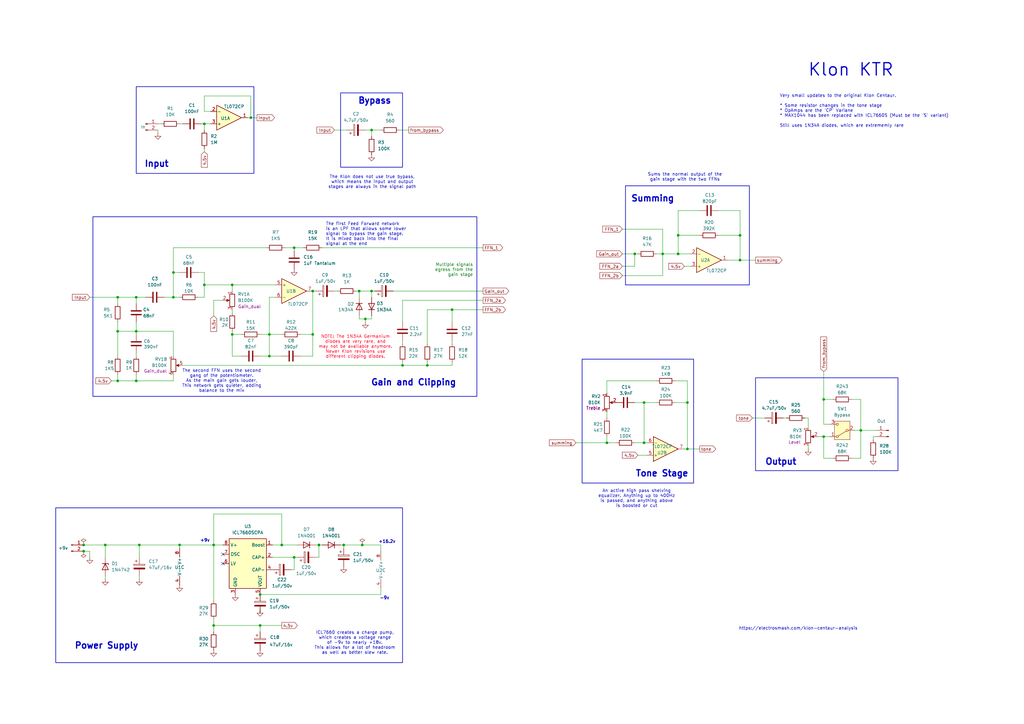
<source format=kicad_sch>
(kicad_sch (version 20231120) (generator "eeschema") (generator_version "8.0")
  (paper "A3")
  (lib_symbols
    (symbol "Amplifier_Operational:TL072" (pin_names (offset 0.127))
      (property "Reference" "U" (at 0 5.08 0))
      (property "Value" "TL072" (at 0 -5.08 0))
      (symbol "TL072_1_1"
        (pin output line (at 7.62 0 180) (length 2.54) (name "~") (number "1"))
        (pin input line (at -7.62 -2.54 0) (length 2.54) (name "-") (number "2"))
        (pin input line (at -7.62 2.54 0) (length 2.54) (name "+") (number "3"))
      )
      (symbol "TL072_2_1"
        (pin input line (at -7.62 2.54 0) (length 2.54) (name "+") (number "5"))
        (pin input line (at -7.62 -2.54 0) (length 2.54) (name "-") (number "6"))
        (pin output line (at 7.62 0 180) (length 2.54) (name "~") (number "7"))
      )
      (symbol "TL072_3_1"
        (pin power_in line (at -2.54 -7.62 90) (length 3.81) (name "V-") (number "4"))
        (pin power_in line (at -2.54 7.62 270) (length 3.81) (name "V+") (number "8"))
      )
    )
    (symbol "Connector:Conn_01x02_Pin" (pin_names (offset 1.016) hide)
      (property "Reference" "J" (at 0 2.54 0))
      (property "Value" "Conn_01x02_Pin" (at 0 -5.08 0))
      (symbol "Conn_01x02_Pin_1_1"
        (pin passive line (at 5.08 0 180) (length 3.81) (name "Pin_1") (number "1"))
        (pin passive line (at 5.08 -2.54 180) (length 3.81) (name "Pin_2") (number "2"))
      )
    )
    (symbol "Device:C" (pin_numbers hide) (pin_names (offset 0.254))
      (property "Reference" "C" (at 0.635 2.54 0))
      (property "Value" "C" (at 0.635 -2.54 0))
      (symbol "C_1_1"
        (pin passive line (at 0 3.81 270) (length 2.794) (name "~") (number "1"))
        (pin passive line (at 0 -3.81 90) (length 2.794) (name "~") (number "2"))
      )
    )
    (symbol "Device:C_Polarized" (pin_numbers hide) (pin_names (offset 0.254))
      (property "Reference" "C" (at 0.635 2.54 0))
      (property "Value" "C_Polarized" (at 0.635 -2.54 0))
      (symbol "C_Polarized_1_1"
        (pin passive line (at 0 3.81 270) (length 2.794) (name "~") (number "1"))
        (pin passive line (at 0 -3.81 90) (length 2.794) (name "~") (number "2"))
      )
    )
    (symbol "Device:D" (pin_numbers hide) (pin_names (offset 1.016) hide)
      (property "Reference" "D" (at 0 2.54 0))
      (property "Value" "D" (at 0 -2.54 0))
      (symbol "D_1_1"
        (pin passive line (at -3.81 0 0) (length 2.54) (name "K") (number "1"))
        (pin passive line (at 3.81 0 180) (length 2.54) (name "A") (number "2"))
      )
    )
    (symbol "Device:R" (pin_numbers hide) (pin_names (offset 0))
      (property "Reference" "R" (at 2.032 0 90))
      (property "Value" "R" (at 0 0 90))
      (symbol "R_1_1"
        (pin passive line (at 0 3.81 270) (length 1.27) (name "~") (number "1"))
        (pin passive line (at 0 -3.81 90) (length 1.27) (name "~") (number "2"))
      )
    )
    (symbol "Device:R_Potentiometer" (pin_names (offset 1.016) hide)
      (property "Reference" "RV" (at -4.445 0 90))
      (property "Value" "R_Potentiometer" (at -2.54 0 90))
      (symbol "R_Potentiometer_1_1"
        (pin passive line (at 0 3.81 270) (length 1.27) (name "1") (number "1"))
        (pin passive line (at 3.81 0 180) (length 1.27) (name "2") (number "2"))
        (pin passive line (at 0 -3.81 90) (length 1.27) (name "3") (number "3"))
      )
    )
    (symbol "Device:R_Potentiometer_Dual_Separate" (pin_names (offset 1.016) hide)
      (property "Reference" "RV" (at -4.445 0 90))
      (property "Value" "R_Potentiometer_Dual_Separate" (at -2.54 0 90))
      (symbol "R_Potentiometer_Dual_Separate_1_1"
        (pin passive line (at 0 3.81 270) (length 1.27) (name "1") (number "1"))
        (pin passive line (at 3.81 0 180) (length 1.27) (name "2") (number "2"))
        (pin passive line (at 0 -3.81 90) (length 1.27) (name "3") (number "3"))
      )
      (symbol "R_Potentiometer_Dual_Separate_2_1"
        (pin passive line (at 0 3.81 270) (length 1.27) (name "4") (number "4"))
        (pin passive line (at 3.81 0 180) (length 1.27) (name "5") (number "5"))
        (pin passive line (at 0 -3.81 90) (length 1.27) (name "6") (number "6"))
      )
    )
    (symbol "Diode:1N4001" (pin_numbers hide) (pin_names hide)
      (property "Reference" "D" (at 0 2.54 0))
      (property "Value" "1N4001" (at 0 -2.54 0))
      (symbol "1N4001_1_1"
        (pin passive line (at -3.81 0 0) (length 2.54) (name "K") (number "1"))
        (pin passive line (at 3.81 0 180) (length 2.54) (name "A") (number "2"))
      )
    )
    (symbol "Diode:1N47xxA" (pin_numbers hide) (pin_names hide)
      (property "Reference" "D" (at 0 2.54 0))
      (property "Value" "1N47xxA" (at 0 -2.54 0))
      (symbol "1N47xxA_1_1"
        (pin passive line (at -3.81 0 0) (length 2.54) (name "K") (number "1"))
        (pin passive line (at 3.81 0 180) (length 2.54) (name "A") (number "2"))
      )
    )
    (symbol "Regulator_SwitchedCapacitor:MAX1044"
      (property "Reference" "U2" (at 0 15.24 0))
      (property "Value" "MAX1044" (at 0 12.7 0))
      (symbol "MAX1044_1_1"
        (pin input line (at 10.16 7.62 180) (length 2.54) (name "Boost") (number "1"))
        (pin input line (at 10.16 2.54 180) (length 2.54) (name "CAP+") (number "2"))
        (pin power_in line (at -5.08 -12.7 90) (length 2.54) (name "GND") (number "3"))
        (pin input line (at 10.16 -2.54 180) (length 2.54) (name "CAP-") (number "4"))
        (pin power_out line (at 5.08 -12.7 90) (length 2.54) (name "VOUT") (number "5"))
        (pin input line (at -10.16 0 0) (length 2.54) (name "LV") (number "6"))
        (pin input line (at -10.16 3.81 0) (length 2.54) (name "OSC") (number "7"))
        (pin power_in line (at -10.16 7.62 0) (length 2.54) (name "V+") (number "8"))
      )
    )
    (symbol "Switch:SW_SPDT" (pin_names (offset 0) hide)
      (property "Reference" "SW" (at 0 5.08 0))
      (property "Value" "SW_SPDT" (at 0 -5.08 0))
      (symbol "SW_SPDT_1_1"
        (pin passive line (at 5.08 2.54 180) (length 2.54) (name "A") (number "1"))
        (pin passive line (at -5.08 0 0) (length 2.54) (name "B") (number "2"))
        (pin passive line (at 5.08 -2.54 180) (length 2.54) (name "C") (number "3"))
      )
    )
    (symbol "power:GND" (power) (pin_numbers hide) (pin_names (offset 0) hide)
      (property "Value" "GND" (at 0 -3.81 0))
      (symbol "GND_1_1"
        (pin power_in line (at 0 0 270) (length 0) (name "~") (number "1"))
      )
    )
    (symbol "power:PWR_FLAG" (power) (pin_numbers hide) (pin_names (offset 0) hide)
      (property "Value" "PWR_FLAG" (at 0 3.81 0))
      (symbol "PWR_FLAG_0_0"
        (pin power_out line (at 0 0 90) (length 0) (name "~") (number "1"))
      )
    )
  )
  (junction (at 48.26 121.92))
  (junction (at 83.82 116.84))
  (junction (at 48.26 135.89))
  (junction (at 115.57 223.52))
  (junction (at 71.12 111.76))
  (junction (at 128.27 137.16))
  (junction (at 264.16 181.61))
  (junction (at 55.88 135.89))
  (junction (at 264.16 165.1))
  (junction (at 55.88 121.92))
  (junction (at 337.82 179.07))
  (junction (at 110.49 137.16))
  (junction (at 260.35 104.14))
  (junction (at 48.26 156.21))
  (junction (at 106.68 256.54))
  (junction (at 55.88 156.21))
  (junction (at 337.82 163.83))
  (junction (at 278.13 96.52))
  (junction (at 185.42 127))
  (junction (at 281.94 165.1))
  (junction (at 278.13 104.14))
  (junction (at 120.65 101.6))
  (junction (at 83.82 50.8))
  (junction (at 130.81 223.52))
  (junction (at 34.29 226.06))
  (junction (at 106.68 243.84))
  (junction (at 152.4 119.38))
  (junction (at 128.27 119.38))
  (junction (at 303.53 106.68))
  (junction (at 271.78 104.14))
  (junction (at 281.94 184.15))
  (junction (at 102.87 48.26))
  (junction (at 95.25 137.16))
  (junction (at 71.12 121.92))
  (junction (at 303.53 96.52))
  (junction (at 165.1 149.86))
  (junction (at 120.65 228.6))
  (junction (at 140.97 223.52))
  (junction (at 147.32 119.38))
  (junction (at 175.26 149.86))
  (junction (at 110.49 146.05))
  (junction (at 73.66 223.52))
  (junction (at 57.15 223.52))
  (junction (at 152.4 53.34))
  (junction (at 87.63 256.54))
  (junction (at 248.92 181.61))
  (junction (at 95.25 116.84))
  (junction (at 43.18 223.52))
  (junction (at 353.06 176.53))
  (junction (at 149.86 130.81))
  (junction (at 34.29 223.52))
  (junction (at 87.63 223.52))
  (junction (at 148.59 223.52))
  (no_connect (at 91.44 231.14))
  (no_connect (at 91.44 227.33))
  (wire (pts (xy 132.08 101.6) (xy 198.12 101.6)))
  (wire (pts (xy 260.35 181.61) (xy 264.16 181.61)))
  (wire (pts (xy 185.42 139.7) (xy 185.42 140.97)))
  (wire (pts (xy 255.27 93.98) (xy 271.78 93.98)))
  (wire (pts (xy 281.94 165.1) (xy 281.94 184.15)))
  (wire (pts (xy 287.02 184.15) (xy 281.94 184.15)))
  (wire (pts (xy 95.25 146.05) (xy 99.06 146.05)))
  (wire (pts (xy 255.27 113.03) (xy 271.78 113.03)))
  (wire (pts (xy 43.18 236.22) (xy 43.18 237.49)))
  (wire (pts (xy 55.88 153.67) (xy 55.88 156.21)))
  (wire (pts (xy 116.84 101.6) (xy 120.65 101.6)))
  (wire (pts (xy 55.88 144.78) (xy 55.88 146.05)))
  (wire (pts (xy 147.32 129.54) (xy 147.32 130.81)))
  (wire (pts (xy 83.82 111.76) (xy 81.28 111.76)))
  (wire (pts (xy 353.06 176.53) (xy 350.52 176.53)))
  (wire (pts (xy 303.53 96.52) (xy 294.64 96.52)))
  (wire (pts (xy 64.77 54.61) (xy 64.77 53.34)))
  (wire (pts (xy 353.06 176.53) (xy 359.41 176.53)))
  (wire (pts (xy 64.77 50.8) (xy 66.04 50.8)))
  (wire (pts (xy 353.06 187.96) (xy 353.06 176.53)))
  (wire (pts (xy 110.49 121.92) (xy 110.49 137.16)))
  (wire (pts (xy 73.66 223.52) (xy 87.63 223.52)))
  (wire (pts (xy 73.66 50.8) (xy 74.93 50.8)))
  (wire (pts (xy 337.82 163.83) (xy 341.63 163.83)))
  (wire (pts (xy 43.18 228.6) (xy 43.18 223.52)))
  (wire (pts (xy 185.42 127) (xy 198.12 127)))
  (wire (pts (xy 276.86 156.21) (xy 281.94 156.21)))
  (wire (pts (xy 83.82 121.92) (xy 83.82 116.84)))
  (wire (pts (xy 175.26 127) (xy 175.26 140.97)))
  (wire (pts (xy 87.63 123.19) (xy 87.63 129.54)))
  (wire (pts (xy 57.15 223.52) (xy 73.66 223.52)))
  (wire (pts (xy 55.88 124.46) (xy 55.88 121.92)))
  (wire (pts (xy 337.82 179.07) (xy 340.36 179.07)))
  (wire (pts (xy 147.32 119.38) (xy 147.32 121.92)))
  (wire (pts (xy 269.24 156.21) (xy 248.92 156.21)))
  (wire (pts (xy 74.93 149.86) (xy 165.1 149.86)))
  (wire (pts (xy 161.29 119.38) (xy 198.12 119.38)))
  (wire (pts (xy 48.26 135.89) (xy 55.88 135.89)))
  (wire (pts (xy 147.32 119.38) (xy 152.4 119.38)))
  (wire (pts (xy 95.25 135.89) (xy 95.25 137.16)))
  (wire (pts (xy 55.88 137.16) (xy 55.88 135.89)))
  (wire (pts (xy 349.25 187.96) (xy 353.06 187.96)))
  (wire (pts (xy 303.53 86.36) (xy 303.53 96.52)))
  (wire (pts (xy 48.26 153.67) (xy 48.26 156.21)))
  (wire (pts (xy 83.82 45.72) (xy 86.36 45.72)))
  (wire (pts (xy 152.4 53.34) (xy 152.4 55.88)))
  (wire (pts (xy 271.78 93.98) (xy 271.78 104.14)))
  (wire (pts (xy 119.38 233.68) (xy 120.65 233.68)))
  (wire (pts (xy 149.86 53.34) (xy 152.4 53.34)))
  (wire (pts (xy 140.97 223.52) (xy 148.59 223.52)))
  (wire (pts (xy 48.26 135.89) (xy 48.26 132.08)))
  (wire (pts (xy 48.26 135.89) (xy 48.26 146.05)))
  (wire (pts (xy 337.82 173.99) (xy 337.82 163.83)))
  (wire (pts (xy 358.14 179.07) (xy 358.14 180.34)))
  (wire (pts (xy 236.22 181.61) (xy 248.92 181.61)))
  (wire (pts (xy 110.49 137.16) (xy 115.57 137.16)))
  (wire (pts (xy 175.26 149.86) (xy 185.42 149.86)))
  (wire (pts (xy 129.54 223.52) (xy 130.81 223.52)))
  (wire (pts (xy 264.16 165.1) (xy 264.16 181.61)))
  (wire (pts (xy 303.53 106.68) (xy 309.88 106.68)))
  (wire (pts (xy 129.54 228.6) (xy 130.81 228.6)))
  (wire (pts (xy 165.1 149.86) (xy 175.26 149.86)))
  (wire (pts (xy 110.49 146.05) (xy 115.57 146.05)))
  (wire (pts (xy 341.63 187.96) (xy 337.82 187.96)))
  (wire (pts (xy 83.82 111.76) (xy 83.82 116.84)))
  (wire (pts (xy 321.31 171.45) (xy 322.58 171.45)))
  (wire (pts (xy 115.57 210.82) (xy 115.57 223.52)))
  (wire (pts (xy 83.82 116.84) (xy 95.25 116.84)))
  (wire (pts (xy 87.63 223.52) (xy 87.63 246.38)))
  (wire (pts (xy 128.27 137.16) (xy 128.27 146.05)))
  (wire (pts (xy 106.68 250.19) (xy 106.68 251.46)))
  (wire (pts (xy 95.25 116.84) (xy 113.03 116.84)))
  (wire (pts (xy 43.18 223.52) (xy 34.29 223.52)))
  (wire (pts (xy 128.27 119.38) (xy 129.54 119.38)))
  (wire (pts (xy 271.78 113.03) (xy 271.78 104.14)))
  (wire (pts (xy 87.63 256.54) (xy 106.68 256.54)))
  (wire (pts (xy 120.65 228.6) (xy 111.76 228.6)))
  (wire (pts (xy 81.28 121.92) (xy 83.82 121.92)))
  (wire (pts (xy 36.83 226.06) (xy 34.29 226.06)))
  (wire (pts (xy 337.82 152.4) (xy 337.82 163.83)))
  (wire (pts (xy 128.27 137.16) (xy 123.19 137.16)))
  (wire (pts (xy 115.57 223.52) (xy 121.92 223.52)))
  (wire (pts (xy 120.65 228.6) (xy 121.92 228.6)))
  (wire (pts (xy 294.64 86.36) (xy 303.53 86.36)))
  (wire (pts (xy 102.87 48.26) (xy 105.41 48.26)))
  (wire (pts (xy 106.68 256.54) (xy 115.57 256.54)))
  (wire (pts (xy 303.53 106.68) (xy 303.53 96.52)))
  (wire (pts (xy 165.1 148.59) (xy 165.1 149.86)))
  (wire (pts (xy 87.63 256.54) (xy 87.63 259.08)))
  (wire (pts (xy 71.12 111.76) (xy 73.66 111.76)))
  (wire (pts (xy 156.21 241.3) (xy 156.21 243.84)))
  (wire (pts (xy 109.22 101.6) (xy 71.12 101.6)))
  (wire (pts (xy 130.81 223.52) (xy 130.81 228.6)))
  (wire (pts (xy 120.65 233.68) (xy 120.65 228.6)))
  (wire (pts (xy 260.35 104.14) (xy 261.62 104.14)))
  (wire (pts (xy 48.26 121.92) (xy 55.88 121.92)))
  (wire (pts (xy 269.24 104.14) (xy 271.78 104.14)))
  (wire (pts (xy 331.47 175.26) (xy 331.47 171.45)))
  (wire (pts (xy 163.83 53.34) (xy 167.64 53.34)))
  (wire (pts (xy 149.86 130.81) (xy 152.4 130.81)))
  (wire (pts (xy 71.12 101.6) (xy 71.12 111.76)))
  (wire (pts (xy 359.41 179.07) (xy 358.14 179.07)))
  (wire (pts (xy 280.67 184.15) (xy 281.94 184.15)))
  (wire (pts (xy 185.42 127) (xy 185.42 132.08)))
  (wire (pts (xy 55.88 132.08) (xy 55.88 135.89)))
  (wire (pts (xy 175.26 127) (xy 185.42 127)))
  (wire (pts (xy 152.4 53.34) (xy 156.21 53.34)))
  (wire (pts (xy 331.47 171.45) (xy 330.2 171.45)))
  (wire (pts (xy 120.65 102.87) (xy 120.65 101.6)))
  (wire (pts (xy 106.68 146.05) (xy 110.49 146.05)))
  (wire (pts (xy 137.16 119.38) (xy 138.43 119.38)))
  (wire (pts (xy 48.26 121.92) (xy 48.26 124.46)))
  (wire (pts (xy 337.82 187.96) (xy 337.82 179.07)))
  (wire (pts (xy 271.78 104.14) (xy 278.13 104.14)))
  (wire (pts (xy 55.88 156.21) (xy 71.12 156.21)))
  (wire (pts (xy 36.83 121.92) (xy 48.26 121.92)))
  (wire (pts (xy 248.92 168.91) (xy 248.92 171.45)))
  (wire (pts (xy 248.92 181.61) (xy 252.73 181.61)))
  (wire (pts (xy 265.43 186.69) (xy 261.62 186.69)))
  (wire (pts (xy 148.59 223.52) (xy 156.21 223.52)))
  (wire (pts (xy 67.31 121.92) (xy 71.12 121.92)))
  (wire (pts (xy 278.13 96.52) (xy 278.13 104.14)))
  (wire (pts (xy 340.36 173.99) (xy 337.82 173.99)))
  (wire (pts (xy 149.86 130.81) (xy 149.86 132.08)))
  (wire (pts (xy 248.92 156.21) (xy 248.92 161.29)))
  (wire (pts (xy 331.47 182.88) (xy 331.47 184.15)))
  (wire (pts (xy 55.88 121.92) (xy 59.69 121.92)))
  (wire (pts (xy 132.08 223.52) (xy 130.81 223.52)))
  (wire (pts (xy 48.26 156.21) (xy 55.88 156.21)))
  (wire (pts (xy 255.27 104.14) (xy 260.35 104.14)))
  (wire (pts (xy 260.35 165.1) (xy 264.16 165.1)))
  (wire (pts (xy 73.66 223.52) (xy 73.66 224.79)))
  (wire (pts (xy 175.26 148.59) (xy 175.26 149.86)))
  (wire (pts (xy 95.25 137.16) (xy 99.06 137.16)))
  (wire (pts (xy 165.1 123.19) (xy 198.12 123.19)))
  (wire (pts (xy 87.63 223.52) (xy 91.44 223.52)))
  (wire (pts (xy 123.19 146.05) (xy 128.27 146.05)))
  (wire (pts (xy 120.65 101.6) (xy 124.46 101.6)))
  (wire (pts (xy 95.25 119.38) (xy 95.25 116.84)))
  (wire (pts (xy 185.42 149.86) (xy 185.42 148.59)))
  (wire (pts (xy 71.12 146.05) (xy 71.12 135.89)))
  (wire (pts (xy 255.27 109.22) (xy 260.35 109.22)))
  (wire (pts (xy 113.03 121.92) (xy 110.49 121.92)))
  (wire (pts (xy 57.15 223.52) (xy 43.18 223.52)))
  (wire (pts (xy 45.72 156.21) (xy 48.26 156.21)))
  (wire (pts (xy 281.94 156.21) (xy 281.94 165.1)))
  (wire (pts (xy 71.12 156.21) (xy 71.12 153.67)))
  (wire (pts (xy 278.13 86.36) (xy 278.13 96.52)))
  (wire (pts (xy 111.76 223.52) (xy 115.57 223.52)))
  (wire (pts (xy 102.87 39.37) (xy 83.82 39.37)))
  (wire (pts (xy 128.27 119.38) (xy 128.27 137.16)))
  (wire (pts (xy 152.4 119.38) (xy 153.67 119.38)))
  (wire (pts (xy 102.87 48.26) (xy 102.87 39.37)))
  (wire (pts (xy 156.21 223.52) (xy 156.21 226.06)))
  (wire (pts (xy 298.45 106.68) (xy 303.53 106.68)))
  (wire (pts (xy 335.28 179.07) (xy 337.82 179.07)))
  (wire (pts (xy 308.61 171.45) (xy 313.69 171.45)))
  (wire (pts (xy 83.82 50.8) (xy 86.36 50.8)))
  (wire (pts (xy 87.63 210.82) (xy 87.63 223.52)))
  (wire (pts (xy 101.6 48.26) (xy 102.87 48.26)))
  (wire (pts (xy 287.02 96.52) (xy 278.13 96.52)))
  (wire (pts (xy 264.16 181.61) (xy 265.43 181.61)))
  (wire (pts (xy 71.12 121.92) (xy 73.66 121.92)))
  (wire (pts (xy 283.21 109.22) (xy 280.67 109.22)))
  (wire (pts (xy 87.63 123.19) (xy 91.44 123.19)))
  (wire (pts (xy 83.82 39.37) (xy 83.82 45.72)))
  (wire (pts (xy 110.49 137.16) (xy 110.49 146.05)))
  (wire (pts (xy 349.25 163.83) (xy 353.06 163.83)))
  (wire (pts (xy 152.4 121.92) (xy 152.4 119.38)))
  (wire (pts (xy 152.4 130.81) (xy 152.4 129.54)))
  (wire (pts (xy 115.57 210.82) (xy 87.63 210.82)))
  (wire (pts (xy 83.82 50.8) (xy 83.82 53.34)))
  (wire (pts (xy 287.02 86.36) (xy 278.13 86.36)))
  (wire (pts (xy 106.68 137.16) (xy 110.49 137.16)))
  (wire (pts (xy 95.25 137.16) (xy 95.25 146.05)))
  (wire (pts (xy 278.13 104.14) (xy 283.21 104.14)))
  (wire (pts (xy 57.15 237.49) (xy 57.15 236.22)))
  (wire (pts (xy 106.68 256.54) (xy 106.68 259.08)))
  (wire (pts (xy 140.97 224.79) (xy 140.97 223.52)))
  (wire (pts (xy 82.55 50.8) (xy 83.82 50.8)))
  (wire (pts (xy 139.7 223.52) (xy 140.97 223.52)))
  (wire (pts (xy 165.1 139.7) (xy 165.1 140.97)))
  (wire (pts (xy 264.16 165.1) (xy 269.24 165.1)))
  (wire (pts (xy 165.1 123.19) (xy 165.1 132.08)))
  (wire (pts (xy 95.25 127) (xy 95.25 128.27)))
  (wire (pts (xy 71.12 111.76) (xy 71.12 121.92)))
  (wire (pts (xy 87.63 254) (xy 87.63 256.54)))
  (wire (pts (xy 281.94 165.1) (xy 276.86 165.1)))
  (wire (pts (xy 248.92 179.07) (xy 248.92 181.61)))
  (wire (pts (xy 147.32 130.81) (xy 149.86 130.81)))
  (wire (pts (xy 106.68 243.84) (xy 156.21 243.84)))
  (wire (pts (xy 36.83 228.6) (xy 36.83 226.06)))
  (wire (pts (xy 71.12 135.89) (xy 55.88 135.89)))
  (wire (pts (xy 57.15 228.6) (xy 57.15 223.52)))
  (wire (pts (xy 146.05 119.38) (xy 147.32 119.38)))
  (wire (pts (xy 83.82 62.23) (xy 83.82 60.96)))
  (wire (pts (xy 142.24 53.34) (xy 137.16 53.34)))
  (wire (pts (xy 353.06 163.83) (xy 353.06 176.53)))
  (wire (pts (xy 260.35 109.22) (xy 260.35 104.14)))
  (rectangle (start 256.54 76.2) (end 307.34 116.84) (stroke (width 0.254)))
  (rectangle (start 55.88 35.56) (end 104.14 71.12) (stroke (width 0.254)))
  (rectangle (start 309.88 154.94) (end 368.3 193.04) (stroke (width 0.254)))
  (rectangle (start 238.76 147.32) (end 284.48 198.12) (stroke (width 0.254)))
  (rectangle (start 139.7 38.1) (end 165.1 68.58) (stroke (width 0.254)))
  (rectangle (start 38.1 88.9) (end 195.58 162.56) (stroke (width 0.254)))
  (rectangle (start 22.86 208.28) (end 165.1 271.78) (stroke (width 0.254)))
  (text "The first Feed Forward network\nis an LPF that allows some lower\nsignal to bypass the gain stage.\nIt is mixed back into the final\nsignal at the end" (at 133.604 96.012 0) (effects (font (size 1.27 1.27)) (justify left)))
  (text "Summing" (at 267.716 81.534 0) (effects (font (size 2.54 2.54) (thickness 0.508) (bold yes))))
  (text "Bypass" (at 153.67 41.402 0) (effects (font (size 2.54 2.54) (thickness 0.508) (bold yes))))
  (text "Very small updates to the original Klon Centaur.\n\n* Some resistor changes in the tone stage\n* OpAmps are the 'CP' Variane\n* MAX1044 has been replaced with ICL7660S (Must be the 'S' variant)\n\nStill uses 1N34A diodes, which are extrememly rare" (at 319.786 45.466 0) (effects (font (size 1.27 1.27)) (justify left)))
  (text "Multiple signals\negress from the\ngain stage" (at 194.056 110.744 0) (effects (font (size 1.27 1.27)) (justify right)))
  (text "ICL7660 creates a charge pump,\nwhich creates a voltage range\nof -9v to nearly +18v.\nThis allows for a lot of headroom\nas well as better slew rate." (at 145.542 263.652 0) (effects (font (size 1.27 1.27))))
  (text "Gain and Clipping" (at 169.672 156.972 0) (effects (font (size 2.54 2.54) (thickness 0.508) (bold yes))))
  (text "https://electrosmash.com/klon-centaur-analysis" (at 327.406 257.81 0) (effects (font (size 1.27 1.27))))
  (text "NOTE: The 1N34A Germanium\ndiodes are very rare, and\nmay not be available anymore.\nNewer Klon revisions use\ndifferent clipping diodes." (at 145.796 142.24 0) (effects (font (size 1.27 1.27))))
  (text "Klon KTR" (at 348.996 28.702 0) (effects (font (size 5.08 5.08) (thickness 0.508) (bold yes))))
  (text "-9v" (at 157.734 245.364 0) (effects (font (size 1.27 1.27) (thickness 0.254) (bold yes))))
  (text "Tone Stage" (at 271.526 194.31 0) (effects (font (size 2.54 2.54) (thickness 0.508) (bold yes))))
  (text "The second FFN uses the second\ngang of the potentiometer.\nAs the main gain gets louder,\nThis network gets quieter, adding\nbalance to the mix" (at 90.932 156.21 0) (effects (font (size 1.27 1.27))))
  (text "The Klon does not use true bypass,\nwhich means the input and output\nstages are always in the signal path" (at 152.654 74.676 0) (effects (font (size 1.27 1.27))))
  (text "+9v" (at 84.074 221.742 0) (effects (font (size 1.27 1.27) (thickness 0.254) (bold yes))))
  (text "An active high pass shelving\nequalizer. Anything up to 400Hz\nis passed, and anything above\nis boosted or cut" (at 261.112 204.47 0) (effects (font (size 1.27 1.27))))
  (text "Sums the normal output of the\ngain stage with the two FFNs" (at 280.924 72.644 0) (effects (font (size 1.27 1.27))))
  (text "Output" (at 320.294 189.484 0) (effects (font (size 2.54 2.54) (thickness 0.508) (bold yes))))
  (text "Input" (at 64.262 67.31 0) (effects (font (size 2.54 2.54) (thickness 0.508) (bold yes))))
  (text "+16.2v" (at 158.75 222.25 0) (effects (font (size 1.27 1.27) (thickness 0.254) (bold yes))))
  (text "Power Supply" (at 43.688 264.922 0) (effects (font (size 2.54 2.54) (thickness 0.508) (bold yes))))
  (global_label "from_bypass" (shape input) (at 337.82 152.4 90) (property "Intersheetrefs" "${INTERSHEET_REFS}" (effects (hide yes))))
  (global_label "4.5v" (shape output) (at 115.57 256.54 0) (property "Intersheetrefs" "${INTERSHEET_REFS}" (effects (hide yes))))
  (global_label "4.5v" (shape input) (at 83.82 62.23 270) (property "Intersheetrefs" "${INTERSHEET_REFS}" (effects (hide yes))))
  (global_label "FFN_1" (shape output) (at 198.12 101.6 0) (property "Intersheetrefs" "${INTERSHEET_REFS}" (effects (hide yes))))
  (global_label "FFN_2a" (shape input) (at 255.27 109.22 180) (property "Intersheetrefs" "${INTERSHEET_REFS}" (effects (hide yes))))
  (global_label "4.5v" (shape input) (at 261.62 186.69 180) (property "Intersheetrefs" "${INTERSHEET_REFS}" (effects (hide yes))))
  (global_label "Gain_out" (shape input) (at 255.27 104.14 180) (property "Intersheetrefs" "${INTERSHEET_REFS}" (effects (hide yes))))
  (global_label "Input" (shape input) (at 36.83 121.92 180) (property "Intersheetrefs" "${INTERSHEET_REFS}" (effects (hide yes))))
  (global_label "from_bypass" (shape output) (at 167.64 53.34 0) (property "Intersheetrefs" "${INTERSHEET_REFS}" (effects (hide yes))))
  (global_label "4.5v" (shape input) (at 87.63 129.54 270) (property "Intersheetrefs" "${INTERSHEET_REFS}" (effects (hide yes))))
  (global_label "FFN_2b" (shape input) (at 255.27 113.03 180) (property "Intersheetrefs" "${INTERSHEET_REFS}" (effects (hide yes))))
  (global_label "FFN_1" (shape input) (at 255.27 93.98 180) (property "Intersheetrefs" "${INTERSHEET_REFS}" (effects (hide yes))))
  (global_label "tone" (shape output) (at 287.02 184.15 0) (property "Intersheetrefs" "${INTERSHEET_REFS}" (effects (hide yes))))
  (global_label "4.5v" (shape input) (at 45.72 156.21 180) (property "Intersheetrefs" "${INTERSHEET_REFS}" (effects (hide yes))))
  (global_label "Input" (shape input) (at 137.16 53.34 180) (property "Intersheetrefs" "${INTERSHEET_REFS}" (effects (hide yes))))
  (global_label "FFN_2b" (shape output) (at 198.12 127 0) (property "Intersheetrefs" "${INTERSHEET_REFS}" (effects (hide yes))))
  (global_label "Input" (shape output) (at 105.41 48.26 0) (property "Intersheetrefs" "${INTERSHEET_REFS}" (effects (hide yes))))
  (global_label "tone" (shape input) (at 308.61 171.45 180) (property "Intersheetrefs" "${INTERSHEET_REFS}" (effects (hide yes))))
  (global_label "summing" (shape input) (at 236.22 181.61 180) (property "Intersheetrefs" "${INTERSHEET_REFS}" (effects (hide yes))))
  (global_label "4.5v" (shape input) (at 280.67 109.22 180) (property "Intersheetrefs" "${INTERSHEET_REFS}" (effects (hide yes))))
  (global_label "Gain_out" (shape output) (at 198.12 119.38 0) (property "Intersheetrefs" "${INTERSHEET_REFS}" (effects (hide yes))))
  (global_label "FFN_2a" (shape output) (at 198.12 123.19 0) (property "Intersheetrefs" "${INTERSHEET_REFS}" (effects (hide yes))))
  (global_label "summing" (shape output) (at 309.88 106.68 0) (property "Intersheetrefs" "${INTERSHEET_REFS}" (effects (hide yes))))
  (symbol (lib_id "power:GND") (at 106.68 266.7 0) (unit 1)
    (property "Reference" "#PWR015" (effects (hide yes)))
    (property "Value" "GND" (effects (hide yes)))
    (property "Description" "Power symbol creates a global label with name \"GND\" , ground" (effects (hide yes)))
  )
  (symbol (lib_id "Diode:1N4001") (at 125.73 223.52 180) (unit 1)
    (property "Reference" "D7" (at 125.73 217.17 0))
    (property "Value" "1N4001" (at 125.73 219.71 0))
    (property "Footprint" "Diode_THT:D_DO-41_SOD81_P10.16mm_Horizontal" (effects (hide yes)))
    (property "Datasheet" "http://www.vishay.com/docs/88503/1n4001.pdf" (effects (hide yes)))
    (property "Description" "50V 1A General Purpose Rectifier Diode, DO-41" (effects (hide yes)))
    (property "Sim.Device" "D" (effects (hide yes)))
    (property "Sim.Pins" "1=K 2=A" (effects (hide yes)))
  )
  (symbol (lib_id "Device:R") (at 256.54 181.61 90) (unit 1)
    (property "Reference" "R22" (at 256.54 176.276 90))
    (property "Value" "100K" (at 256.54 178.816 90))
    (property "Footprint" "Resistor_THT:R_Axial_DIN0207_L6.3mm_D2.5mm_P10.16mm_Horizontal" (effects (hide yes)))
    (property "Description" "Resistor" (effects (hide yes)))
  )
  (symbol (lib_id "Amplifier_Operational:TL072") (at 290.83 106.68 0) (mirror x) (unit 1)
    (property "Reference" "U2" (at 289.306 106.68 0))
    (property "Value" "TL072CP" (at 293.878 110.998 0))
    (property "Footprint" "Package_DIP:DIP-8_W7.62mm" (effects (hide yes)))
    (property "Datasheet" "http://www.ti.com/lit/ds/symlink/tl071.pdf" (effects (hide yes)))
    (property "Description" "Dual Low-Noise JFET-Input Operational Amplifiers, DIP-8/SOIC-8" (effects (hide yes)))
  )
  (symbol (lib_id "Device:R_Potentiometer") (at 248.92 165.1 0) (unit 1)
    (property "Reference" "RV2" (at 246.38 162.56 0) (effects (justify right)))
    (property "Value" "B10K" (at 246.38 165.1 0) (effects (justify right)))
    (property "Footprint" "Connector_PinHeader_2.54mm:PinHeader_1x03_P2.54mm_Vertical" (effects (hide yes)))
    (property "Description" "Potentiometer" (effects (hide yes)))
    (property "Type" "Treble" (at 243.332 167.386 0))
  )
  (symbol (lib_id "Device:C") (at 78.74 50.8 90) (unit 1)
    (property "Reference" "C1" (at 78.74 43.18 90))
    (property "Value" "100nF" (at 78.74 45.72 90))
    (property "Footprint" "Capacitor_THT:C_Rect_L7.2mm_W2.5mm_P5.00mm_FKS2_FKP2_MKS2_MKP2" (effects (hide yes)))
    (property "Description" "Unpolarized capacitor" (effects (hide yes)))
  )
  (symbol (lib_id "Device:C") (at 256.54 165.1 90) (unit 1)
    (property "Reference" "C14" (at 256.794 158.75 90))
    (property "Value" "3.9nF" (at 256.794 161.29 90))
    (property "Footprint" "Capacitor_THT:C_Rect_L7.2mm_W2.5mm_P5.00mm_FKS2_FKP2_MKS2_MKP2" (effects (hide yes)))
    (property "Description" "Unpolarized capacitor" (effects (hide yes)))
  )
  (symbol (lib_id "Device:R_Potentiometer_Dual_Separate") (at 71.12 149.86 0) (unit 2)
    (property "Reference" "RV1" (at 68.58 147.32 0) (effects (justify right)))
    (property "Value" "B100K" (at 68.58 149.86 0) (effects (justify right)))
    (property "Footprint" "Connector_PinHeader_2.54mm:PinHeader_1x06_P2.54mm_Vertical" (effects (hide yes)))
    (property "Description" "Dual potentiometer, separate units" (effects (hide yes)))
    (property "Type" "Gain_dual" (at 63.754 152.1461 0))
  )
  (symbol (lib_id "Device:C_Polarized") (at 115.57 233.68 90) (unit 1)
    (property "Reference" "C22" (at 117.602 237.744 90) (effects (justify left)))
    (property "Value" "1uF/50v" (at 119.888 240.284 90) (effects (justify left)))
    (property "Footprint" "Capacitor_THT:CP_Radial_D4.0mm_P1.50mm" (effects (hide yes)))
    (property "Description" "Polarized capacitor" (effects (hide yes)))
  )
  (symbol (lib_id "Amplifier_Operational:TL072") (at 158.75 233.68 0) (unit 3)
    (property "Reference" "U2" (at 154.178 233.934 0) (effects (justify left)))
    (property "Value" "TL072CP" (effects (hide yes)))
    (property "Footprint" "Package_DIP:DIP-8_W7.62mm" (effects (hide yes)))
    (property "Datasheet" "http://www.ti.com/lit/ds/symlink/tl071.pdf" (effects (hide yes)))
    (property "Description" "Dual Low-Noise JFET-Input Operational Amplifiers, DIP-8/SOIC-8" (effects (hide yes)))
  )
  (symbol (lib_id "Amplifier_Operational:TL072") (at 120.65 119.38 0) (unit 2)
    (property "Reference" "U1" (at 119.38 119.38 0))
    (property "Value" "TL072CP" (at 122.174 124.714 0))
    (property "Footprint" "Package_DIP:DIP-8_W7.62mm" (effects (hide yes)))
    (property "Datasheet" "http://www.ti.com/lit/ds/symlink/tl071.pdf" (effects (hide yes)))
    (property "Description" "Dual Low-Noise JFET-Input Operational Amplifiers, DIP-8/SOIC-8" (effects (hide yes)))
  )
  (symbol (lib_id "Connector:Conn_01x02_Pin") (at 364.49 176.53 0) (mirror y) (unit 1)
    (property "Reference" "J2" (effects (hide yes)))
    (property "Value" "Out" (at 361.442 172.72 0))
    (property "Footprint" "Connector_PinHeader_2.54mm:PinHeader_1x02_P2.54mm_Vertical" (effects (hide yes)))
    (property "Description" "Generic connector, single row, 01x02, script generated" (effects (hide yes)))
  )
  (symbol (lib_id "Device:R") (at 83.82 57.15 180) (unit 1)
    (property "Reference" "R2" (at 86.36 55.8799 0) (effects (justify right)))
    (property "Value" "1M" (at 86.36 58.4199 0) (effects (justify right)))
    (property "Footprint" "Resistor_THT:R_Axial_DIN0207_L6.3mm_D2.5mm_P10.16mm_Horizontal" (effects (hide yes)))
    (property "Description" "Resistor" (effects (hide yes)))
  )
  (symbol (lib_id "power:GND") (at 73.66 240.03 0) (unit 1)
    (property "Reference" "#PWR011" (effects (hide yes)))
    (property "Value" "GND" (effects (hide yes)))
    (property "Description" "Power symbol creates a global label with name \"GND\" , ground" (effects (hide yes)))
  )
  (symbol (lib_id "Device:R") (at 77.47 121.92 90) (unit 1)
    (property "Reference" "R6" (at 77.47 116.84 90))
    (property "Value" "10K" (at 77.47 119.38 90))
    (property "Footprint" "Resistor_THT:R_Axial_DIN0207_L6.3mm_D2.5mm_P10.16mm_Horizontal" (effects (hide yes)))
    (property "Description" "Resistor" (effects (hide yes)))
  )
  (symbol (lib_id "Device:C_Polarized") (at 106.68 262.89 0) (unit 1)
    (property "Reference" "C18" (at 110.744 261.366 0) (effects (justify left)))
    (property "Value" "47uF/16v" (at 110.49 264.414 0) (effects (justify left)))
    (property "Footprint" "Capacitor_THT:CP_Radial_D4.0mm_P1.50mm" (effects (hide yes)))
    (property "Description" "Polarized capacitor" (effects (hide yes)))
  )
  (symbol (lib_id "power:PWR_FLAG") (at 148.59 223.52 0) (unit 1)
    (property "Reference" "#FLG03" (effects (hide yes)))
    (property "Value" "PWR_FLAG" (effects (hide yes)))
    (property "Description" "Special symbol for telling ERC where power comes from" (effects (hide yes)))
  )
  (symbol (lib_id "Device:R") (at 119.38 137.16 90) (unit 1)
    (property "Reference" "R12" (at 119.38 132.08 90))
    (property "Value" "422K" (at 119.38 134.62 90))
    (property "Footprint" "Resistor_THT:R_Axial_DIN0207_L6.3mm_D2.5mm_P10.16mm_Horizontal" (effects (hide yes)))
    (property "Description" "Resistor" (effects (hide yes)))
  )
  (symbol (lib_id "power:GND") (at 149.86 132.08 0) (unit 1)
    (property "Reference" "#PWR03" (effects (hide yes)))
    (property "Value" "GND" (effects (hide yes)))
    (property "Description" "Power symbol creates a global label with name \"GND\" , ground" (effects (hide yes)))
  )
  (symbol (lib_id "power:GND") (at 140.97 232.41 0) (unit 1)
    (property "Reference" "#PWR016" (effects (hide yes)))
    (property "Value" "GND" (effects (hide yes)))
    (property "Description" "Power symbol creates a global label with name \"GND\" , ground" (effects (hide yes)))
  )
  (symbol (lib_id "Device:R") (at 102.87 137.16 90) (unit 1)
    (property "Reference" "R11" (at 102.87 132.08 90))
    (property "Value" "15K" (at 102.87 134.62 90))
    (property "Footprint" "Resistor_THT:R_Axial_DIN0207_L6.3mm_D2.5mm_P10.16mm_Horizontal" (effects (hide yes)))
    (property "Description" "Resistor" (effects (hide yes)))
  )
  (symbol (lib_id "Device:R") (at 273.05 165.1 90) (unit 1)
    (property "Reference" "R24" (at 273.05 159.766 90))
    (property "Value" "100K" (at 273.05 162.306 90))
    (property "Footprint" "Resistor_THT:R_Axial_DIN0207_L6.3mm_D2.5mm_P10.16mm_Horizontal" (effects (hide yes)))
    (property "Description" "Resistor" (effects (hide yes)))
  )
  (symbol (lib_id "Device:R") (at 152.4 59.69 180) (unit 1)
    (property "Reference" "R3" (at 154.94 58.4199 0) (effects (justify right)))
    (property "Value" "100K" (at 154.94 60.9599 0) (effects (justify right)))
    (property "Footprint" "Resistor_THT:R_Axial_DIN0207_L6.3mm_D2.5mm_P10.16mm_Horizontal" (effects (hide yes)))
    (property "Description" "Resistor" (effects (hide yes)))
  )
  (symbol (lib_id "power:GND") (at 96.52 243.84 0) (unit 1)
    (property "Reference" "#PWR013" (effects (hide yes)))
    (property "Value" "GND" (effects (hide yes)))
    (property "Description" "Power symbol creates a global label with name \"GND\" , ground" (effects (hide yes)))
  )
  (symbol (lib_id "Device:R") (at 345.44 187.96 90) (unit 1)
    (property "Reference" "R242" (at 345.44 182.626 90))
    (property "Value" "68K" (at 345.44 185.166 90))
    (property "Footprint" "Resistor_THT:R_Axial_DIN0207_L6.3mm_D2.5mm_P10.16mm_Horizontal" (effects (hide yes)))
    (property "Description" "Resistor" (effects (hide yes)))
  )
  (symbol (lib_id "Device:R") (at 248.92 175.26 180) (unit 1)
    (property "Reference" "R21" (at 243.332 173.99 0) (effects (justify right)))
    (property "Value" "4K7" (at 243.332 176.53 0) (effects (justify right)))
    (property "Footprint" "Resistor_THT:R_Axial_DIN0207_L6.3mm_D2.5mm_P10.16mm_Horizontal" (effects (hide yes)))
    (property "Description" "Resistor" (effects (hide yes)))
  )
  (symbol (lib_id "Device:R") (at 113.03 101.6 90) (unit 1)
    (property "Reference" "R7" (at 113.03 95.25 90))
    (property "Value" "1K5" (at 113.03 97.79 90))
    (property "Footprint" "Resistor_THT:R_Axial_DIN0207_L6.3mm_D2.5mm_P10.16mm_Horizontal" (effects (hide yes)))
    (property "Description" "Resistor" (effects (hide yes)))
  )
  (symbol (lib_id "Connector:Conn_01x02_Pin") (at 29.21 223.52 0) (unit 1)
    (property "Reference" "J3" (effects (hide yes)))
    (property "Value" "+9v" (at 25.908 224.79 0))
    (property "Footprint" "Connector_PinHeader_2.54mm:PinHeader_1x02_P2.54mm_Vertical" (effects (hide yes)))
    (property "Description" "Generic connector, single row, 01x02, script generated" (effects (hide yes)))
  )
  (symbol (lib_id "Device:D") (at 147.32 125.73 270) (unit 1)
    (property "Reference" "D2" (at 142.494 124.714 90) (effects (justify left)))
    (property "Value" "1N34A" (at 138.684 127 90) (effects (justify left)))
    (property "Footprint" "Diode_THT:D_DO-41_SOD81_P10.16mm_Horizontal" (effects (hide yes)))
    (property "Description" "Diode" (effects (hide yes)))
    (property "Sim.Device" "D" (effects (hide yes)))
    (property "Sim.Pins" "1=K 2=A" (effects (hide yes)))
  )
  (symbol (lib_id "Device:C") (at 55.88 128.27 0) (unit 1)
    (property "Reference" "C4" (at 58.674 127 0) (effects (justify left)))
    (property "Value" "68nF" (at 58.674 129.54 0) (effects (justify left)))
    (property "Footprint" "Capacitor_THT:C_Rect_L7.5mm_W6.5mm_P5.00mm" (effects (hide yes)))
    (property "Description" "Unpolarized capacitor" (effects (hide yes)))
  )
  (symbol (lib_id "Device:R") (at 95.25 132.08 180) (unit 1)
    (property "Reference" "R10" (at 89.916 131.064 0) (effects (justify right)))
    (property "Value" "2K" (at 90.932 133.35 0) (effects (justify right)))
    (property "Footprint" "Resistor_THT:R_Axial_DIN0207_L6.3mm_D2.5mm_P10.16mm_Horizontal" (effects (hide yes)))
    (property "Description" "Resistor" (effects (hide yes)))
  )
  (symbol (lib_id "power:GND") (at 120.65 110.49 0) (unit 1)
    (property "Reference" "#PWR04" (effects (hide yes)))
    (property "Value" "GND" (effects (hide yes)))
    (property "Description" "Power symbol creates a global label with name \"GND\" , ground" (effects (hide yes)))
  )
  (symbol (lib_id "Regulator_SwitchedCapacitor:MAX1044") (at 101.6 231.14 0) (unit 1)
    (property "Reference" "U3" (at 101.6 215.9 0))
    (property "Value" "ICL7660SCPA" (at 101.6 218.44 0))
    (property "Footprint" "Package_DIP:DIP-8_W7.62mm" (effects (hide yes)))
    (property "Datasheet" "http://datasheets.maximintegrated.com/en/ds/ICL7660-MAX1044.pdf" (effects (hide yes)))
    (property "Description" "Switched-Capacitor Voltage Converter, 1.5V to 10.0V operating supply voltage, 10mA with a 0.5V output drop, SO-8/DIP-8/µMAX-8/TO-99" (effects (hide yes)))
  )
  (symbol (lib_id "Device:R") (at 55.88 149.86 180) (unit 1)
    (property "Reference" "R9" (at 51.562 148.59 0) (effects (justify right)))
    (property "Value" "1K" (at 51.562 150.876 0) (effects (justify right)))
    (property "Footprint" "Resistor_THT:R_Axial_DIN0207_L6.3mm_D2.5mm_P10.16mm_Horizontal" (effects (hide yes)))
    (property "Description" "Resistor" (effects (hide yes)))
  )
  (symbol (lib_id "Device:C") (at 77.47 111.76 90) (unit 1)
    (property "Reference" "C5" (at 77.47 105.41 90))
    (property "Value" "68nF" (at 77.47 107.95 90))
    (property "Footprint" "Capacitor_THT:C_Rect_L7.5mm_W6.5mm_P5.00mm" (effects (hide yes)))
    (property "Description" "Unpolarized capacitor" (effects (hide yes)))
  )
  (symbol (lib_id "Device:C_Polarized") (at 125.73 228.6 90) (unit 1)
    (property "Reference" "C20" (at 127.508 232.664 90) (effects (justify left)))
    (property "Value" "1uF/50v" (at 129.794 235.204 90) (effects (justify left)))
    (property "Footprint" "Capacitor_THT:CP_Radial_D4.0mm_P1.50mm" (effects (hide yes)))
    (property "Description" "Polarized capacitor" (effects (hide yes)))
  )
  (symbol (lib_id "power:GND") (at 87.63 266.7 0) (unit 1)
    (property "Reference" "#PWR012" (effects (hide yes)))
    (property "Value" "GND" (effects (hide yes)))
    (property "Description" "Power symbol creates a global label with name \"GND\" , ground" (effects (hide yes)))
  )
  (symbol (lib_id "Device:C_Polarized") (at 106.68 247.65 0) (unit 1)
    (property "Reference" "C19" (at 110.49 246.38 0) (effects (justify left)))
    (property "Value" "1uF/50v" (at 110.49 248.92 0) (effects (justify left)))
    (property "Footprint" "Capacitor_THT:CP_Radial_D4.0mm_P1.50mm" (effects (hide yes)))
    (property "Description" "Polarized capacitor" (effects (hide yes)))
  )
  (symbol (lib_id "Device:R_Potentiometer") (at 331.47 179.07 0) (unit 1)
    (property "Reference" "RV3" (at 328.93 176.53 0) (effects (justify right)))
    (property "Value" "B10K" (at 328.93 179.07 0) (effects (justify right)))
    (property "Footprint" "Connector_PinHeader_2.54mm:PinHeader_1x03_P2.54mm_Vertical" (effects (hide yes)))
    (property "Description" "Potentiometer" (effects (hide yes)))
    (property "Type" "Level" (at 325.882 181.356 0))
  )
  (symbol (lib_id "Device:R") (at 87.63 250.19 0) (unit 1)
    (property "Reference" "R29" (at 83.566 249.301 0))
    (property "Value" "27K" (at 83.566 251.714 0))
    (property "Footprint" "Resistor_THT:R_Axial_DIN0207_L6.3mm_D2.5mm_P10.16mm_Horizontal" (effects (hide yes)))
    (property "Description" "Resistor" (effects (hide yes)))
  )
  (symbol (lib_id "Device:R") (at 345.44 163.83 90) (unit 1)
    (property "Reference" "R243" (at 345.44 158.496 90))
    (property "Value" "68K" (at 345.44 161.036 90))
    (property "Footprint" "Resistor_THT:R_Axial_DIN0207_L6.3mm_D2.5mm_P10.16mm_Horizontal" (effects (hide yes)))
    (property "Description" "Resistor" (effects (hide yes)))
  )
  (symbol (lib_id "Device:R") (at 48.26 149.86 180) (unit 1)
    (property "Reference" "R8" (at 43.942 148.59 0) (effects (justify right)))
    (property "Value" "1K5" (at 42.926 151.13 0) (effects (justify right)))
    (property "Footprint" "Resistor_THT:R_Axial_DIN0207_L6.3mm_D2.5mm_P10.16mm_Horizontal" (effects (hide yes)))
    (property "Description" "Resistor" (effects (hide yes)))
  )
  (symbol (lib_id "Device:R") (at 185.42 144.78 180) (unit 1)
    (property "Reference" "R18" (at 187.96 143.5099 0) (effects (justify right)))
    (property "Value" "12K" (at 187.96 146.0499 0) (effects (justify right)))
    (property "Footprint" "Resistor_THT:R_Axial_DIN0207_L6.3mm_D2.5mm_P10.16mm_Horizontal" (effects (hide yes)))
    (property "Description" "Resistor" (effects (hide yes)))
  )
  (symbol (lib_id "Device:C") (at 290.83 86.36 90) (unit 1)
    (property "Reference" "C13" (at 291.084 80.01 90))
    (property "Value" "820pF" (at 291.084 82.55 90))
    (property "Footprint" "Capacitor_THT:C_Disc_D5.1mm_W3.2mm_P5.00mm" (effects (hide yes)))
    (property "Description" "Unpolarized capacitor" (effects (hide yes)))
  )
  (symbol (lib_id "Device:C_Polarized") (at 146.05 53.34 90) (unit 1)
    (property "Reference" "C2" (at 147.32 46.736 90) (effects (justify left)))
    (property "Value" "4.7uF/50v" (at 151.13 49.276 90) (effects (justify left)))
    (property "Footprint" "Capacitor_THT:CP_Radial_D4.0mm_P1.50mm" (effects (hide yes)))
    (property "Description" "Polarized capacitor" (effects (hide yes)))
  )
  (symbol (lib_id "Device:C") (at 102.87 146.05 90) (unit 1)
    (property "Reference" "C7" (at 102.87 139.7 90))
    (property "Value" "82nF" (at 102.87 142.24 90))
    (property "Footprint" "Capacitor_THT:C_Rect_L7.2mm_W2.5mm_P5.00mm_FKS2_FKP2_MKS2_MKP2" (effects (hide yes)))
    (property "Description" "Unpolarized capacitor" (effects (hide yes)))
  )
  (symbol (lib_id "Device:C") (at 165.1 135.89 180) (unit 1)
    (property "Reference" "C11" (at 167.894 134.62 0) (effects (justify right)))
    (property "Value" "2.2nF" (at 167.894 137.16 0) (effects (justify right)))
    (property "Footprint" "Capacitor_THT:C_Rect_L7.2mm_W2.5mm_P5.00mm_FKS2_FKP2_MKS2_MKP2" (effects (hide yes)))
    (property "Description" "Unpolarized capacitor" (effects (hide yes)))
  )
  (symbol (lib_id "Device:R") (at 326.39 171.45 90) (unit 1)
    (property "Reference" "R25" (at 326.39 166.116 90))
    (property "Value" "560" (at 326.39 168.656 90))
    (property "Footprint" "Resistor_THT:R_Axial_DIN0207_L6.3mm_D2.5mm_P10.16mm_Horizontal" (effects (hide yes)))
    (property "Description" "Resistor" (effects (hide yes)))
  )
  (symbol (lib_id "Device:C_Polarized") (at 317.5 171.45 90) (unit 1)
    (property "Reference" "C15" (at 319.278 164.846 90) (effects (justify left)))
    (property "Value" "4.7uF/50v" (at 322.58 167.386 90) (effects (justify left)))
    (property "Footprint" "Capacitor_THT:CP_Radial_D4.0mm_P1.50mm" (effects (hide yes)))
    (property "Description" "Polarized capacitor" (effects (hide yes)))
  )
  (symbol (lib_id "power:PWR_FLAG") (at 34.29 226.06 180) (unit 1)
    (property "Reference" "#FLG02" (effects (hide yes)))
    (property "Value" "PWR_FLAG" (effects (hide yes)))
    (property "Description" "Special symbol for telling ERC where power comes from" (effects (hide yes)))
  )
  (symbol (lib_id "Device:R") (at 69.85 50.8 90) (unit 1)
    (property "Reference" "R1" (at 69.85 44.45 90))
    (property "Value" "10K" (at 69.85 46.99 90))
    (property "Footprint" "Resistor_THT:R_Axial_DIN0207_L6.3mm_D2.5mm_P10.16mm_Horizontal" (effects (hide yes)))
    (property "Description" "Resistor" (effects (hide yes)))
  )
  (symbol (lib_id "Device:R") (at 128.27 101.6 90) (unit 1)
    (property "Reference" "R19" (at 128.27 95.25 90))
    (property "Value" "15K" (at 128.27 97.79 90))
    (property "Footprint" "Resistor_THT:R_Axial_DIN0207_L6.3mm_D2.5mm_P10.16mm_Horizontal" (effects (hide yes)))
    (property "Description" "Resistor" (effects (hide yes)))
  )
  (symbol (lib_id "Device:R") (at 290.83 96.52 90) (unit 1)
    (property "Reference" "R20" (at 290.83 91.186 90))
    (property "Value" "392K" (at 290.83 93.726 90))
    (property "Footprint" "Resistor_THT:R_Axial_DIN0207_L6.3mm_D2.5mm_P10.16mm_Horizontal" (effects (hide yes)))
    (property "Description" "Resistor" (effects (hide yes)))
  )
  (symbol (lib_id "power:GND") (at 64.77 54.61 0) (unit 1)
    (property "Reference" "#PWR01" (effects (hide yes)))
    (property "Value" "GND" (effects (hide yes)))
    (property "Description" "Power symbol creates a global label with name \"GND\" , ground" (effects (hide yes)))
  )
  (symbol (lib_id "Device:C_Polarized") (at 157.48 119.38 90) (unit 1)
    (property "Reference" "C10" (at 159.512 112.776 90) (effects (justify left)))
    (property "Value" "1uF/50v" (at 161.798 115.316 90) (effects (justify left)))
    (property "Footprint" "Capacitor_THT:CP_Radial_D4.0mm_P1.50mm" (effects (hide yes)))
    (property "Description" "Polarized capacitor" (effects (hide yes)))
  )
  (symbol (lib_id "Device:R") (at 48.26 128.27 180) (unit 1)
    (property "Reference" "R5" (at 42.418 127 0) (effects (justify right)))
    (property "Value" "5K1" (at 42.418 129.54 0) (effects (justify right)))
    (property "Footprint" "Resistor_THT:R_Axial_DIN0207_L6.3mm_D2.5mm_P10.16mm_Horizontal" (effects (hide yes)))
    (property "Description" "Resistor" (effects (hide yes)))
  )
  (symbol (lib_id "Device:R") (at 142.24 119.38 90) (unit 1)
    (property "Reference" "R13" (at 142.24 113.03 90))
    (property "Value" "1K" (at 142.24 115.57 90))
    (property "Footprint" "Resistor_THT:R_Axial_DIN0207_L6.3mm_D2.5mm_P10.16mm_Horizontal" (effects (hide yes)))
    (property "Description" "Resistor" (effects (hide yes)))
  )
  (symbol (lib_id "Device:R_Potentiometer_Dual_Separate") (at 95.25 123.19 0) (mirror y) (unit 1)
    (property "Reference" "RV1" (at 97.536 120.65 0) (effects (justify right)))
    (property "Value" "B100K" (at 97.536 123.19 0) (effects (justify right)))
    (property "Footprint" "Connector_PinHeader_2.54mm:PinHeader_1x06_P2.54mm_Vertical" (effects (hide yes)))
    (property "Description" "Dual potentiometer, separate units" (effects (hide yes)))
    (property "Type" "Gain_dual" (at 102.362 125.73 0))
  )
  (symbol (lib_id "Device:C") (at 120.65 106.68 0) (unit 1)
    (property "Reference" "C16" (at 124.46 105.4099 0) (effects (justify left)))
    (property "Value" "1uF Tantalum" (at 124.46 107.9499 0) (effects (justify left)))
    (property "Footprint" "Capacitor_THT:CP_Radial_D4.0mm_P1.50mm" (effects (hide yes)))
    (property "Description" "Unpolarized capacitor" (effects (hide yes)))
  )
  (symbol (lib_id "Device:R") (at 87.63 262.89 0) (unit 1)
    (property "Reference" "R30" (at 83.566 262.001 0))
    (property "Value" "27K" (at 83.566 264.414 0))
    (property "Footprint" "Resistor_THT:R_Axial_DIN0207_L6.3mm_D2.5mm_P10.16mm_Horizontal" (effects (hide yes)))
    (property "Description" "Resistor" (effects (hide yes)))
  )
  (symbol (lib_id "power:GND") (at 152.4 63.5 0) (unit 1)
    (property "Reference" "#PWR05" (effects (hide yes)))
    (property "Value" "GND" (effects (hide yes)))
    (property "Description" "Power symbol creates a global label with name \"GND\" , ground" (effects (hide yes)))
  )
  (symbol (lib_id "power:GND") (at 36.83 228.6 0) (unit 1)
    (property "Reference" "#PWR08" (effects (hide yes)))
    (property "Value" "GND" (effects (hide yes)))
    (property "Description" "Power symbol creates a global label with name \"GND\" , ground" (effects (hide yes)))
  )
  (symbol (lib_id "Device:C") (at 63.5 121.92 90) (unit 1)
    (property "Reference" "C3" (at 63.5 114.3 90))
    (property "Value" "100nF" (at 63.5 116.84 90))
    (property "Footprint" "Capacitor_THT:C_Rect_L7.2mm_W2.5mm_P5.00mm_FKS2_FKP2_MKS2_MKP2" (effects (hide yes)))
    (property "Description" "Unpolarized capacitor" (effects (hide yes)))
  )
  (symbol (lib_id "Device:C") (at 185.42 135.89 180) (unit 1)
    (property "Reference" "C12" (at 189.23 134.6199 0) (effects (justify right)))
    (property "Value" "27nF" (at 189.23 137.1599 0) (effects (justify right)))
    (property "Footprint" "Capacitor_THT:C_Rect_L7.2mm_W2.5mm_P5.00mm_FKS2_FKP2_MKS2_MKP2" (effects (hide yes)))
    (property "Description" "Unpolarized capacitor" (effects (hide yes)))
  )
  (symbol (lib_id "power:GND") (at 331.47 184.15 0) (unit 1)
    (property "Reference" "#PWR06" (effects (hide yes)))
    (property "Value" "GND" (effects (hide yes)))
    (property "Description" "Power symbol creates a global label with name \"GND\" , ground" (effects (hide yes)))
  )
  (symbol (lib_id "Amplifier_Operational:TL072") (at 76.2 232.41 0) (unit 3)
    (property "Reference" "U1" (at 71.628 232.664 0) (effects (justify left)))
    (property "Value" "TL072CP" (effects (hide yes)))
    (property "Footprint" "Package_DIP:DIP-8_W7.62mm" (effects (hide yes)))
    (property "Datasheet" "http://www.ti.com/lit/ds/symlink/tl071.pdf" (effects (hide yes)))
    (property "Description" "Dual Low-Noise JFET-Input Operational Amplifiers, DIP-8/SOIC-8" (effects (hide yes)))
  )
  (symbol (lib_id "Device:R") (at 160.02 53.34 90) (unit 1)
    (property "Reference" "R4" (at 160.02 46.99 90))
    (property "Value" "560" (at 160.02 49.53 90))
    (property "Footprint" "Resistor_THT:R_Axial_DIN0207_L6.3mm_D2.5mm_P10.16mm_Horizontal" (effects (hide yes)))
    (property "Description" "Resistor" (effects (hide yes)))
  )
  (symbol (lib_id "Amplifier_Operational:TL072") (at 93.98 48.26 0) (mirror x) (unit 1)
    (property "Reference" "U1" (at 92.456 48.514 0))
    (property "Value" "TL072CP" (at 96.012 43.688 0))
    (property "Footprint" "Package_DIP:DIP-8_W7.62mm" (effects (hide yes)))
    (property "Datasheet" "http://www.ti.com/lit/ds/symlink/tl071.pdf" (effects (hide yes)))
    (property "Description" "Dual Low-Noise JFET-Input Operational Amplifiers, DIP-8/SOIC-8" (effects (hide yes)))
  )
  (symbol (lib_id "Device:R") (at 273.05 156.21 90) (unit 1)
    (property "Reference" "R23" (at 273.05 150.876 90))
    (property "Value" "1K8" (at 273.05 153.416 90))
    (property "Footprint" "Resistor_THT:R_Axial_DIN0207_L6.3mm_D2.5mm_P10.16mm_Horizontal" (effects (hide yes)))
    (property "Description" "Resistor" (effects (hide yes)))
  )
  (symbol (lib_id "power:GND") (at 358.14 187.96 0) (unit 1)
    (property "Reference" "#PWR07" (effects (hide yes)))
    (property "Value" "GND" (effects (hide yes)))
    (property "Description" "Power symbol creates a global label with name \"GND\" , ground" (effects (hide yes)))
  )
  (symbol (lib_id "power:PWR_FLAG") (at 34.29 223.52 0) (unit 1)
    (property "Reference" "#FLG01" (effects (hide yes)))
    (property "Value" "PWR_FLAG" (effects (hide yes)))
    (property "Description" "Special symbol for telling ERC where power comes from" (effects (hide yes)))
  )
  (symbol (lib_id "Amplifier_Operational:TL072") (at 273.05 184.15 0) (mirror x) (unit 2)
    (property "Reference" "U2" (at 271.526 185.674 0))
    (property "Value" "TL072CP" (at 271.526 183.134 0))
    (property "Footprint" "Package_DIP:DIP-8_W7.62mm" (effects (hide yes)))
    (property "Datasheet" "http://www.ti.com/lit/ds/symlink/tl071.pdf" (effects (hide yes)))
    (property "Description" "Dual Low-Noise JFET-Input Operational Amplifiers, DIP-8/SOIC-8" (effects (hide yes)))
  )
  (symbol (lib_id "Diode:1N4001") (at 135.89 223.52 180) (unit 1)
    (property "Reference" "D8" (at 135.89 217.17 0))
    (property "Value" "1N4001" (at 135.89 219.71 0))
    (property "Footprint" "Diode_THT:D_DO-41_SOD81_P10.16mm_Horizontal" (effects (hide yes)))
    (property "Datasheet" "http://www.vishay.com/docs/88503/1n4001.pdf" (effects (hide yes)))
    (property "Description" "50V 1A General Purpose Rectifier Diode, DO-41" (effects (hide yes)))
    (property "Sim.Device" "D" (effects (hide yes)))
    (property "Sim.Pins" "1=K 2=A" (effects (hide yes)))
  )
  (symbol (lib_id "Device:R") (at 358.14 184.15 180) (unit 1)
    (property "Reference" "R28" (at 360.68 182.8799 0) (effects (justify right)))
    (property "Value" "100K" (at 360.68 185.4199 0) (effects (justify right)))
    (property "Footprint" "Resistor_THT:R_Axial_DIN0207_L6.3mm_D2.5mm_P10.16mm_Horizontal" (effects (hide yes)))
    (property "Description" "Resistor" (effects (hide yes)))
  )
  (symbol (lib_id "Device:C") (at 55.88 140.97 0) (unit 1)
    (property "Reference" "C6" (at 58.928 139.954 0) (effects (justify left)))
    (property "Value" "390nF" (at 58.928 142.24 0) (effects (justify left)))
    (property "Footprint" "Capacitor_THT:C_Rect_L7.2mm_W2.5mm_P5.00mm_FKS2_FKP2_MKS2_MKP2" (effects (hide yes)))
    (property "Description" "Unpolarized capacitor" (effects (hide yes)))
  )
  (symbol (lib_id "power:GND") (at 106.68 250.19 0) (unit 1)
    (property "Reference" "#PWR014" (effects (hide yes)))
    (property "Value" "GND" (effects (hide yes)))
    (property "Description" "Power symbol creates a global label with name \"GND\" , ground" (effects (hide yes)))
  )
  (symbol (lib_id "Device:C_Polarized") (at 140.97 228.6 0) (unit 1)
    (property "Reference" "C21" (at 144.78 227.33 0) (effects (justify left)))
    (property "Value" "1uF/50v" (at 144.78 229.87 0) (effects (justify left)))
    (property "Footprint" "Capacitor_THT:CP_Radial_D4.0mm_P1.50mm" (effects (hide yes)))
    (property "Description" "Polarized capacitor" (effects (hide yes)))
  )
  (symbol (lib_id "Device:R") (at 175.26 144.78 180) (unit 1)
    (property "Reference" "R17" (at 177.8 143.5099 0) (effects (justify right)))
    (property "Value" "27K" (at 177.8 146.0499 0) (effects (justify right)))
    (property "Footprint" "Resistor_THT:R_Axial_DIN0207_L6.3mm_D2.5mm_P10.16mm_Horizontal" (effects (hide yes)))
    (property "Description" "Resistor" (effects (hide yes)))
  )
  (symbol (lib_id "Switch:SW_SPDT") (at 345.44 176.53 180) (unit 1)
    (property "Reference" "SW1" (at 345.44 167.64 0))
    (property "Value" "Bypass" (at 345.44 170.18 0))
    (property "Footprint" "Connector_PinHeader_2.54mm:PinHeader_1x03_P2.54mm_Vertical" (effects (hide yes)))
    (property "Description" "Switch, single pole double throw" (effects (hide yes)))
  )
  (symbol (lib_id "power:GND") (at 43.18 237.49 0) (unit 1)
    (property "Reference" "#PWR09" (effects (hide yes)))
    (property "Value" "GND" (effects (hide yes)))
    (property "Description" "Power symbol creates a global label with name \"GND\" , ground" (effects (hide yes)))
  )
  (symbol (lib_id "Device:R") (at 165.1 144.78 180) (unit 1)
    (property "Reference" "R15" (at 167.64 143.5099 0) (effects (justify right)))
    (property "Value" "22K" (at 167.64 146.0499 0) (effects (justify right)))
    (property "Footprint" "Resistor_THT:R_Axial_DIN0207_L6.3mm_D2.5mm_P10.16mm_Horizontal" (effects (hide yes)))
    (property "Description" "Resistor" (effects (hide yes)))
  )
  (symbol (lib_id "Device:C") (at 119.38 146.05 90) (unit 1)
    (property "Reference" "C8" (at 119.38 139.7 90))
    (property "Value" "390pF" (at 119.38 142.24 90))
    (property "Footprint" "Capacitor_THT:C_Disc_D5.1mm_W3.2mm_P5.00mm" (effects (hide yes)))
    (property "Description" "Unpolarized capacitor" (effects (hide yes)))
  )
  (symbol (lib_id "Device:R") (at 265.43 104.14 90) (unit 1)
    (property "Reference" "R16" (at 265.43 97.79 90))
    (property "Value" "47K" (at 265.43 100.33 90))
    (property "Footprint" "Resistor_THT:R_Axial_DIN0207_L6.3mm_D2.5mm_P10.16mm_Horizontal" (effects (hide yes)))
    (property "Description" "Resistor" (effects (hide yes)))
  )
  (symbol (lib_id "Diode:1N47xxA") (at 43.18 232.41 270) (unit 1)
    (property "Reference" "D1" (at 45.72 231.1399 90) (effects (justify left)))
    (property "Value" "1N4742" (at 45.72 233.6799 90) (effects (justify left)))
    (property "Footprint" "Diode_THT:D_DO-41_SOD81_P10.16mm_Horizontal" (effects (hide yes)))
    (property "Datasheet" "https://www.vishay.com/docs/85816/1n4728a.pdf" (effects (hide yes)))
    (property "Description" "1300mW Silicon planar power Zener diodes, DO-41" (effects (hide yes)))
  )
  (symbol (lib_id "power:GND") (at 57.15 237.49 0) (unit 1)
    (property "Reference" "#PWR010" (effects (hide yes)))
    (property "Value" "GND" (effects (hide yes)))
    (property "Description" "Power symbol creates a global label with name \"GND\" , ground" (effects (hide yes)))
  )
  (symbol (lib_id "Device:C_Polarized") (at 133.35 119.38 90) (unit 1)
    (property "Reference" "C9" (at 134.62 112.776 90) (effects (justify left)))
    (property "Value" "1uF/50v" (at 137.668 115.316 90) (effects (justify left)))
    (property "Footprint" "Capacitor_THT:CP_Radial_D4.0mm_P1.50mm" (effects (hide yes)))
    (property "Description" "Polarized capacitor" (effects (hide yes)))
  )
  (symbol (lib_id "Device:C_Polarized") (at 57.15 232.41 0) (unit 1)
    (property "Reference" "C17" (at 60.96 230.2509 0) (effects (justify left)))
    (property "Value" "47uF/16v" (at 60.96 232.7909 0) (effects (justify left)))
    (property "Footprint" "Capacitor_THT:CP_Radial_D4.0mm_P1.50mm" (effects (hide yes)))
    (property "Description" "Polarized capacitor" (effects (hide yes)))
  )
  (symbol (lib_id "Connector:Conn_01x02_Pin") (at 59.69 50.8 0) (unit 1)
    (property "Reference" "J1" (effects (hide yes)))
    (property "Value" "In" (at 58.674 52.07 0))
    (property "Footprint" "Connector_PinHeader_2.54mm:PinHeader_1x02_P2.54mm_Vertical" (effects (hide yes)))
    (property "Description" "Generic connector, single row, 01x02, script generated" (effects (hide yes)))
  )
  (symbol (lib_id "Device:D") (at 152.4 125.73 90) (unit 1)
    (property "Reference" "D3" (at 154.432 124.46 90) (effects (justify right)))
    (property "Value" "1N34A" (at 154.432 127 90) (effects (justify right)))
    (property "Footprint" "Diode_THT:D_DO-41_SOD81_P10.16mm_Horizontal" (effects (hide yes)))
    (property "Description" "Diode" (effects (hide yes)))
    (property "Sim.Device" "D" (effects (hide yes)))
    (property "Sim.Pins" "1=K 2=A" (effects (hide yes)))
  )
)
</source>
